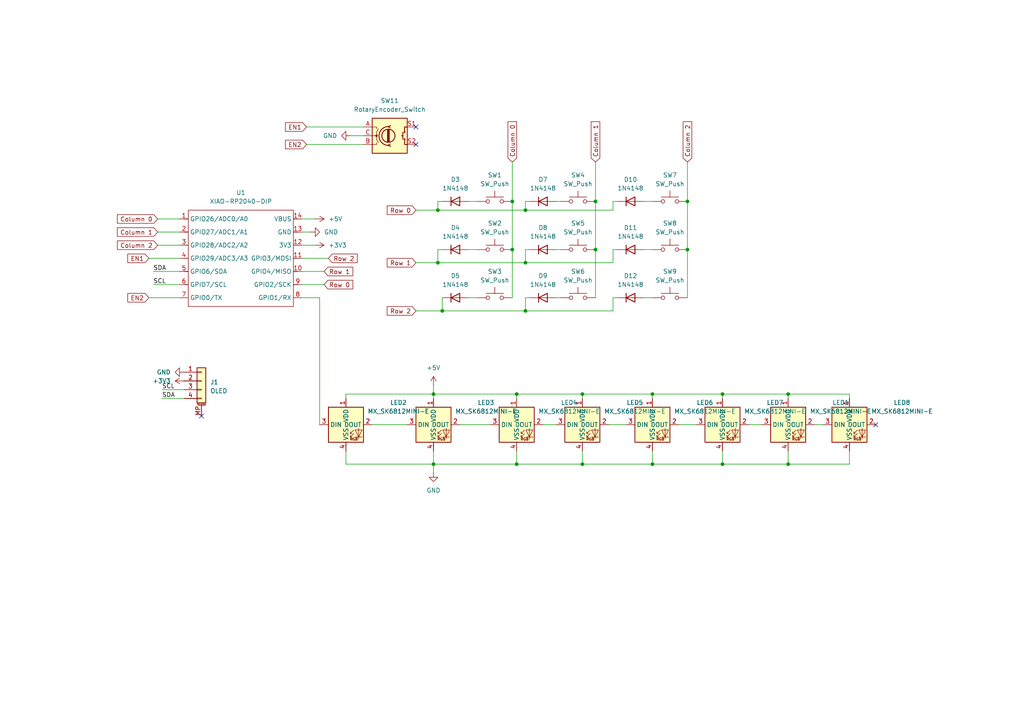
<source format=kicad_sch>
(kicad_sch (version 20250114) (generator "eeschema") (generator_version "9.0")
  (paper "A4")
  (title_block (title "Macropad Schematic") (rev "0") (comment 1 "This Macropad consists of 9 MX switches, 3 RGB LED, and 1 rotary encoder."))
  (lib_symbols
    (symbol "Connector_Generic_MountingPin:Conn_01x04_MountingPin" (pin_names (offset 1.016) (hide yes))
      (property "Reference" "J" (at 0 5.08 0))
      (property "Value" "Conn_01x04_MountingPin" (at 1.27 -7.62 0))
      (symbol "Conn_01x04_MountingPin_1_1"
        (rectangle (start -1.27 3.81) (end 1.27 -6.35) (stroke (width 0.254)) (fill (type background)))
        (rectangle (start -1.27 2.667) (end 0 2.413) (stroke (width 0.1524)))
        (rectangle (start -1.27 0.127) (end 0 -0.127) (stroke (width 0.1524)))
        (rectangle (start -1.27 -2.413) (end 0 -2.667) (stroke (width 0.1524)))
        (rectangle (start -1.27 -4.953) (end 0 -5.207) (stroke (width 0.1524)))
        (polyline (pts (xy -1.016 -7.112) (xy 1.016 -7.112)) (stroke (width 0.1524)))
        (text "Mounting" (at 0 -6.731 0) (effects (font (size 0.381 0.381))))
        (pin passive line (at -5.08 2.54 0) (length 3.81) (name "Pin_1") (number "1"))
        (pin passive line (at -5.08 0 0) (length 3.81) (name "Pin_2") (number "2"))
        (pin passive line (at -5.08 -2.54 0) (length 3.81) (name "Pin_3") (number "3"))
        (pin passive line (at -5.08 -5.08 0) (length 3.81) (name "Pin_4") (number "4"))
        (pin passive line (at 0 -10.16 90) (length 3.048) (name "MountPin") (number "MP"))
      )
    )
    (symbol "Device:RotaryEncoder_Switch" (pin_names (offset 0.254) (hide yes))
      (property "Reference" "SW" (at 0 6.604 0))
      (property "Value" "RotaryEncoder_Switch" (at 0 -6.604 0))
      (symbol "RotaryEncoder_Switch_0_1"
        (rectangle (start -5.08 5.08) (end 5.08 -5.08) (stroke (width 0.254)) (fill (type background)))
        (polyline (pts (xy -5.08 2.54) (xy -3.81 2.54) (xy -3.81 2.032)))
        (polyline (pts (xy -5.08 0) (xy -3.81 0) (xy -3.81 -1.016) (xy -3.302 -2.032)))
        (polyline (pts (xy -5.08 -2.54) (xy -3.81 -2.54) (xy -3.81 -2.032)))
        (polyline (pts (xy -4.318 0) (xy -3.81 0) (xy -3.81 1.016) (xy -3.302 2.032)))
        (circle (center -3.81 0) (radius 0.254) (fill (type outline)))
        (polyline (pts (xy -0.635 -1.778) (xy -0.635 1.778)) (stroke (width 0.254)))
        (circle (center -0.381 0) (radius 1.905) (stroke (width 0.254)))
        (polyline (pts (xy -0.381 -1.778) (xy -0.381 1.778)) (stroke (width 0.254)))
        (arc (start -0.381 -2.794) (mid -3.0988 -0.0635) (end -0.381 2.667) (stroke (width 0.254)))
        (polyline (pts (xy -0.127 1.778) (xy -0.127 -1.778)) (stroke (width 0.254)))
        (polyline (pts (xy 0.254 2.921) (xy -0.508 2.667) (xy 0.127 2.286)) (stroke (width 0.254)))
        (polyline (pts (xy 0.254 -3.048) (xy -0.508 -2.794) (xy 0.127 -2.413)) (stroke (width 0.254)))
        (polyline (pts (xy 3.81 1.016) (xy 3.81 -1.016)) (stroke (width 0.254)))
        (polyline (pts (xy 3.81 0) (xy 3.429 0)) (stroke (width 0.254)))
        (circle (center 4.318 1.016) (radius 0.127) (stroke (width 0.254)))
        (circle (center 4.318 -1.016) (radius 0.127) (stroke (width 0.254)))
        (polyline (pts (xy 5.08 2.54) (xy 4.318 2.54) (xy 4.318 1.016)) (stroke (width 0.254)))
        (polyline (pts (xy 5.08 -2.54) (xy 4.318 -2.54) (xy 4.318 -1.016)) (stroke (width 0.254)))
      )
      (symbol "RotaryEncoder_Switch_1_1"
        (pin passive line (at -7.62 2.54 0) (length 2.54) (name "A") (number "A"))
        (pin passive line (at -7.62 0 0) (length 2.54) (name "C") (number "C"))
        (pin passive line (at -7.62 -2.54 0) (length 2.54) (name "B") (number "B"))
        (pin passive line (at 7.62 2.54 180) (length 2.54) (name "S1") (number "S1"))
        (pin passive line (at 7.62 -2.54 180) (length 2.54) (name "S2") (number "S2"))
      )
    )
    (symbol "Diode:1N4148" (pin_numbers (hide yes)) (pin_names (hide yes))
      (property "Reference" "D" (at 0 2.54 0))
      (property "Value" "1N4148" (at 0 -2.54 0))
      (symbol "1N4148_0_1"
        (polyline (pts (xy -1.27 1.27) (xy -1.27 -1.27)) (stroke (width 0.254)))
        (polyline (pts (xy 1.27 1.27) (xy 1.27 -1.27) (xy -1.27 0) (xy 1.27 1.27)) (stroke (width 0.254)))
        (polyline (pts (xy 1.27 0) (xy -1.27 0)))
      )
      (symbol "1N4148_1_1"
        (pin passive line (at -3.81 0 0) (length 2.54) (name "K") (number "1"))
        (pin passive line (at 3.81 0 180) (length 2.54) (name "A") (number "2"))
      )
    )
    (symbol "PCM_marbastlib-mx:MX_SK6812MINI-E"
      (property "Reference" "LED" (at 3.175 6.35 0))
      (property "Value" "MX_SK6812MINI-E" (at 10.16 -6.985 0))
      (symbol "MX_SK6812MINI-E_0_0"
        (text "RGB" (at 2.286 -4.191 0) (effects (font (size 0.762 0.762))))
      )
      (symbol "MX_SK6812MINI-E_0_1"
        (rectangle (start -5.08 5.08) (end 5.08 -5.08) (stroke (width 0.254)) (fill (type background)))
        (polyline (pts (xy 1.27 -2.54) (xy 1.778 -2.54)))
        (polyline (pts (xy 1.27 -3.556) (xy 1.778 -3.556)))
        (polyline (pts (xy 2.286 -1.524) (xy 1.27 -2.54) (xy 1.27 -2.032)))
        (polyline (pts (xy 2.286 -2.54) (xy 1.27 -3.556) (xy 1.27 -3.048)))
        (polyline (pts (xy 3.683 -1.016) (xy 3.683 -3.556) (xy 3.683 -4.064)))
        (polyline (pts (xy 4.699 -1.524) (xy 2.667 -1.524) (xy 3.683 -3.556) (xy 4.699 -1.524)))
        (polyline (pts (xy 4.699 -3.556) (xy 2.667 -3.556)))
      )
      (symbol "MX_SK6812MINI-E_1_1"
        (pin input line (at -7.62 0 0) (length 2.54) (name "DIN") (number "3"))
        (pin power_in line (at 0 7.62 270) (length 2.54) (name "VDD") (number "1"))
        (pin power_in line (at 0 -7.62 90) (length 2.54) (name "VSS") (number "4"))
        (pin output line (at 7.62 0 180) (length 2.54) (name "DOUT") (number "2"))
      )
    )
    (symbol "Seeed_Studio_XIAO_Series:XIAO-RP2040-DIP"
      (property "Reference" "U" (at 0 0 0))
      (property "Value" "XIAO-RP2040-DIP" (at 5.334 -1.778 0))
      (symbol "XIAO-RP2040-DIP_1_0"
        (polyline (pts (xy -1.27 -2.54) (xy 29.21 -2.54)) (stroke (width 0.1524)))
        (polyline (pts (xy -1.27 -5.08) (xy -2.54 -5.08)) (stroke (width 0.1524)))
        (polyline (pts (xy -1.27 -5.08) (xy -1.27 -2.54)) (stroke (width 0.1524)))
        (polyline (pts (xy -1.27 -8.89) (xy -2.54 -8.89)) (stroke (width 0.1524)))
        (polyline (pts (xy -1.27 -8.89) (xy -1.27 -5.08)) (stroke (width 0.1524)))
        (polyline (pts (xy -1.27 -12.7) (xy -2.54 -12.7)) (stroke (width 0.1524)))
        (polyline (pts (xy -1.27 -12.7) (xy -1.27 -8.89)) (stroke (width 0.1524)))
        (polyline (pts (xy -1.27 -16.51) (xy -2.54 -16.51)) (stroke (width 0.1524)))
        (polyline (pts (xy -1.27 -16.51) (xy -1.27 -12.7)) (stroke (width 0.1524)))
        (polyline (pts (xy -1.27 -20.32) (xy -2.54 -20.32)) (stroke (width 0.1524)))
        (polyline (pts (xy -1.27 -24.13) (xy -2.54 -24.13)) (stroke (width 0.1524)))
        (polyline (pts (xy -1.27 -27.94) (xy -2.54 -27.94)) (stroke (width 0.1524)))
        (polyline (pts (xy -1.27 -30.48) (xy -1.27 -16.51)) (stroke (width 0.1524)))
        (polyline (pts (xy 29.21 -2.54) (xy 29.21 -5.08)) (stroke (width 0.1524)))
        (polyline (pts (xy 29.21 -5.08) (xy 29.21 -8.89)) (stroke (width 0.1524)))
        (polyline (pts (xy 29.21 -8.89) (xy 29.21 -12.7)) (stroke (width 0.1524)))
        (polyline (pts (xy 29.21 -12.7) (xy 29.21 -30.48)) (stroke (width 0.1524)))
        (polyline (pts (xy 29.21 -30.48) (xy -1.27 -30.48)) (stroke (width 0.1524)))
        (polyline (pts (xy 30.48 -5.08) (xy 29.21 -5.08)) (stroke (width 0.1524)))
        (polyline (pts (xy 30.48 -8.89) (xy 29.21 -8.89)) (stroke (width 0.1524)))
        (polyline (pts (xy 30.48 -12.7) (xy 29.21 -12.7)) (stroke (width 0.1524)))
        (polyline (pts (xy 30.48 -16.51) (xy 29.21 -16.51)) (stroke (width 0.1524)))
        (polyline (pts (xy 30.48 -20.32) (xy 29.21 -20.32)) (stroke (width 0.1524)))
        (polyline (pts (xy 30.48 -24.13) (xy 29.21 -24.13)) (stroke (width 0.1524)))
        (polyline (pts (xy 30.48 -27.94) (xy 29.21 -27.94)) (stroke (width 0.1524)))
        (pin passive line (at -3.81 -5.08 0) (length 2.54) (name "GPIO26/ADC0/A0") (number "1"))
        (pin passive line (at -3.81 -8.89 0) (length 2.54) (name "GPIO27/ADC1/A1") (number "2"))
        (pin passive line (at -3.81 -12.7 0) (length 2.54) (name "GPIO28/ADC2/A2") (number "3"))
        (pin passive line (at -3.81 -16.51 0) (length 2.54) (name "GPIO29/ADC3/A3") (number "4"))
        (pin passive line (at -3.81 -20.32 0) (length 2.54) (name "GPIO6/SDA") (number "5"))
        (pin passive line (at -3.81 -24.13 0) (length 2.54) (name "GPIO7/SCL") (number "6"))
        (pin passive line (at -3.81 -27.94 0) (length 2.54) (name "GPIO0/TX") (number "7"))
        (pin passive line (at 31.75 -5.08 180) (length 2.54) (name "VBUS") (number "14"))
        (pin passive line (at 31.75 -8.89 180) (length 2.54) (name "GND") (number "13"))
        (pin passive line (at 31.75 -12.7 180) (length 2.54) (name "3V3") (number "12"))
        (pin passive line (at 31.75 -16.51 180) (length 2.54) (name "GPIO3/MOSI") (number "11"))
        (pin passive line (at 31.75 -20.32 180) (length 2.54) (name "GPIO4/MISO") (number "10"))
        (pin passive line (at 31.75 -24.13 180) (length 2.54) (name "GPIO2/SCK") (number "9"))
        (pin passive line (at 31.75 -27.94 180) (length 2.54) (name "GPIO1/RX") (number "8"))
      )
    )
    (symbol "Switch:SW_Push" (pin_numbers (hide yes)) (pin_names (offset 1.016) (hide yes))
      (property "Reference" "SW" (at 1.27 2.54 0))
      (property "Value" "SW_Push" (at 0 -1.524 0))
      (symbol "SW_Push_0_1"
        (circle (center -2.032 0) (radius 0.508))
        (polyline (pts (xy 0 1.27) (xy 0 3.048)))
        (circle (center 2.032 0) (radius 0.508))
        (polyline (pts (xy 2.54 1.27) (xy -2.54 1.27)))
        (pin passive line (at -5.08 0 0) (length 2.54) (name "1") (number "1"))
        (pin passive line (at 5.08 0 180) (length 2.54) (name "2") (number "2"))
      )
    )
    (symbol "power:+3V3" (power) (pin_numbers (hide yes)) (pin_names (offset 0) (hide yes))
      (property "Value" "+3V3" (at 0 3.556 0))
      (symbol "+3V3_0_1"
        (polyline (pts (xy -0.762 1.27) (xy 0 2.54)))
        (polyline (pts (xy 0 2.54) (xy 0.762 1.27)))
        (polyline (pts (xy 0 0) (xy 0 2.54)))
      )
      (symbol "+3V3_1_1"
        (pin power_in line (at 0 0 90) (length 0) (name "~") (number "1"))
      )
    )
    (symbol "power:+5V" (power) (pin_numbers (hide yes)) (pin_names (offset 0) (hide yes))
      (property "Value" "+5V" (at 0 3.556 0))
      (symbol "+5V_0_1"
        (polyline (pts (xy -0.762 1.27) (xy 0 2.54)))
        (polyline (pts (xy 0 2.54) (xy 0.762 1.27)))
        (polyline (pts (xy 0 0) (xy 0 2.54)))
      )
      (symbol "+5V_1_1"
        (pin power_in line (at 0 0 90) (length 0) (name "~") (number "1"))
      )
    )
    (symbol "power:GND" (power) (pin_numbers (hide yes)) (pin_names (offset 0) (hide yes))
      (property "Value" "GND" (at 0 -3.81 0))
      (symbol "GND_0_1"
        (polyline (pts (xy 0 0) (xy 0 -1.27) (xy 1.27 -1.27) (xy 0 -2.54) (xy -1.27 -1.27) (xy 0 -1.27)))
      )
      (symbol "GND_1_1"
        (pin power_in line (at 0 0 270) (length 0) (name "~") (number "1"))
      )
    )
  )
  (junction (at 228.6 114.3))
  (junction (at 172.72 58.42))
  (junction (at 189.23 114.3))
  (junction (at 199.39 72.39))
  (junction (at 128.27 90.17))
  (junction (at 209.55 114.3))
  (junction (at 148.59 58.42))
  (junction (at 199.39 58.42))
  (junction (at 148.59 72.39))
  (junction (at 172.72 72.39))
  (junction (at 127 60.96))
  (junction (at 228.6 134.62))
  (junction (at 149.86 134.62))
  (junction (at 152.4 60.96))
  (junction (at 209.55 134.62))
  (junction (at 152.4 90.17))
  (junction (at 168.91 134.62))
  (junction (at 149.86 114.3))
  (junction (at 127 76.2))
  (junction (at 168.91 114.3))
  (junction (at 152.4 76.2))
  (junction (at 125.73 114.3))
  (junction (at 125.73 134.62))
  (junction (at 189.23 134.62))
  (no_connect (at 120.65 41.91))
  (no_connect (at 120.65 36.83))
  (no_connect (at 58.42 120.65))
  (no_connect (at 254 123.19))
  (wire (pts (xy 135.89 72.39) (xy 138.43 72.39)))
  (wire (pts (xy 177.8 72.39) (xy 177.8 76.2)))
  (wire (pts (xy 228.6 114.3) (xy 246.38 114.3)))
  (wire (pts (xy 189.23 114.3) (xy 209.55 114.3)))
  (wire (pts (xy 91.44 63.5) (xy 87.63 63.5)))
  (wire (pts (xy 168.91 134.62) (xy 189.23 134.62)))
  (wire (pts (xy 172.72 46.99) (xy 172.72 58.42)))
  (wire (pts (xy 228.6 114.3) (xy 228.6 115.57)))
  (wire (pts (xy 43.18 86.36) (xy 52.07 86.36)))
  (wire (pts (xy 44.45 82.55) (xy 52.07 82.55)))
  (wire (pts (xy 152.4 76.2) (xy 177.8 76.2)))
  (wire (pts (xy 149.86 114.3) (xy 168.91 114.3)))
  (wire (pts (xy 209.55 134.62) (xy 228.6 134.62)))
  (wire (pts (xy 177.8 86.36) (xy 177.8 90.17)))
  (wire (pts (xy 128.27 86.36) (xy 128.27 90.17)))
  (wire (pts (xy 88.9 41.91) (xy 105.41 41.91)))
  (wire (pts (xy 100.33 114.3) (xy 100.33 115.57)))
  (wire (pts (xy 93.98 78.74) (xy 87.63 78.74)))
  (wire (pts (xy 152.4 90.17) (xy 177.8 90.17)))
  (wire (pts (xy 189.23 130.81) (xy 189.23 134.62)))
  (wire (pts (xy 152.4 86.36) (xy 152.4 90.17)))
  (wire (pts (xy 172.72 72.39) (xy 172.72 86.36)))
  (wire (pts (xy 120.65 76.2) (xy 127 76.2)))
  (wire (pts (xy 149.86 134.62) (xy 168.91 134.62)))
  (wire (pts (xy 217.17 123.19) (xy 220.98 123.19)))
  (wire (pts (xy 152.4 86.36) (xy 153.67 86.36)))
  (wire (pts (xy 100.33 134.62) (xy 125.73 134.62)))
  (wire (pts (xy 128.27 90.17) (xy 152.4 90.17)))
  (wire (pts (xy 199.39 58.42) (xy 199.39 72.39)))
  (wire (pts (xy 45.72 67.31) (xy 52.07 67.31)))
  (wire (pts (xy 189.23 114.3) (xy 189.23 115.57)))
  (wire (pts (xy 88.9 36.83) (xy 105.41 36.83)))
  (wire (pts (xy 186.69 72.39) (xy 189.23 72.39)))
  (wire (pts (xy 128.27 58.42) (xy 127 58.42)))
  (wire (pts (xy 161.29 58.42) (xy 162.56 58.42)))
  (wire (pts (xy 100.33 130.81) (xy 100.33 134.62)))
  (wire (pts (xy 46.99 115.57) (xy 53.34 115.57)))
  (wire (pts (xy 196.85 123.19) (xy 201.93 123.19)))
  (wire (pts (xy 172.72 58.42) (xy 172.72 72.39)))
  (wire (pts (xy 125.73 114.3) (xy 125.73 115.57)))
  (wire (pts (xy 135.89 58.42) (xy 138.43 58.42)))
  (wire (pts (xy 125.73 134.62) (xy 125.73 137.16)))
  (wire (pts (xy 236.22 123.19) (xy 238.76 123.19)))
  (wire (pts (xy 153.67 72.39) (xy 152.4 72.39)))
  (wire (pts (xy 44.45 78.74) (xy 52.07 78.74)))
  (wire (pts (xy 199.39 72.39) (xy 199.39 86.36)))
  (wire (pts (xy 153.67 58.42) (xy 152.4 58.42)))
  (wire (pts (xy 152.4 72.39) (xy 152.4 76.2)))
  (wire (pts (xy 189.23 134.62) (xy 209.55 134.62)))
  (wire (pts (xy 125.73 134.62) (xy 125.73 130.81)))
  (wire (pts (xy 148.59 72.39) (xy 148.59 86.36)))
  (wire (pts (xy 120.65 90.17) (xy 128.27 90.17)))
  (wire (pts (xy 125.73 111.76) (xy 125.73 114.3)))
  (wire (pts (xy 120.65 60.96) (xy 127 60.96)))
  (wire (pts (xy 168.91 130.81) (xy 168.91 134.62)))
  (wire (pts (xy 87.63 86.36) (xy 92.71 86.36)))
  (wire (pts (xy 43.18 74.93) (xy 52.07 74.93)))
  (wire (pts (xy 87.63 74.93) (xy 95.25 74.93)))
  (wire (pts (xy 125.73 134.62) (xy 149.86 134.62)))
  (wire (pts (xy 246.38 134.62) (xy 246.38 130.81)))
  (wire (pts (xy 209.55 114.3) (xy 228.6 114.3)))
  (wire (pts (xy 127 60.96) (xy 152.4 60.96)))
  (wire (pts (xy 127 58.42) (xy 127 60.96)))
  (wire (pts (xy 127 72.39) (xy 127 76.2)))
  (wire (pts (xy 168.91 114.3) (xy 189.23 114.3)))
  (wire (pts (xy 45.72 71.12) (xy 52.07 71.12)))
  (wire (pts (xy 168.91 114.3) (xy 168.91 115.57)))
  (wire (pts (xy 127 76.2) (xy 152.4 76.2)))
  (wire (pts (xy 209.55 114.3) (xy 209.55 115.57)))
  (wire (pts (xy 100.33 114.3) (xy 125.73 114.3)))
  (wire (pts (xy 161.29 86.36) (xy 162.56 86.36)))
  (wire (pts (xy 87.63 67.31) (xy 90.17 67.31)))
  (wire (pts (xy 125.73 114.3) (xy 149.86 114.3)))
  (wire (pts (xy 228.6 134.62) (xy 246.38 134.62)))
  (wire (pts (xy 107.95 123.19) (xy 118.11 123.19)))
  (wire (pts (xy 133.35 123.19) (xy 142.24 123.19)))
  (wire (pts (xy 128.27 72.39) (xy 127 72.39)))
  (wire (pts (xy 152.4 58.42) (xy 152.4 60.96)))
  (wire (pts (xy 186.69 86.36) (xy 189.23 86.36)))
  (wire (pts (xy 177.8 86.36) (xy 179.07 86.36)))
  (wire (pts (xy 161.29 72.39) (xy 162.56 72.39)))
  (wire (pts (xy 149.86 130.81) (xy 149.86 134.62)))
  (wire (pts (xy 148.59 46.99) (xy 148.59 58.42)))
  (wire (pts (xy 177.8 58.42) (xy 177.8 60.96)))
  (wire (pts (xy 101.6 39.37) (xy 105.41 39.37)))
  (wire (pts (xy 199.39 46.99) (xy 199.39 58.42)))
  (wire (pts (xy 157.48 123.19) (xy 161.29 123.19)))
  (wire (pts (xy 152.4 60.96) (xy 177.8 60.96)))
  (wire (pts (xy 148.59 58.42) (xy 148.59 72.39)))
  (wire (pts (xy 93.98 82.55) (xy 87.63 82.55)))
  (wire (pts (xy 149.86 114.3) (xy 149.86 115.57)))
  (wire (pts (xy 46.99 113.03) (xy 53.34 113.03)))
  (wire (pts (xy 92.71 123.19) (xy 92.71 86.36)))
  (wire (pts (xy 228.6 134.62) (xy 228.6 130.81)))
  (wire (pts (xy 87.63 71.12) (xy 91.44 71.12)))
  (wire (pts (xy 186.69 58.42) (xy 189.23 58.42)))
  (wire (pts (xy 176.53 123.19) (xy 181.61 123.19)))
  (wire (pts (xy 246.38 115.57) (xy 246.38 114.3)))
  (wire (pts (xy 179.07 58.42) (xy 177.8 58.42)))
  (wire (pts (xy 209.55 130.81) (xy 209.55 134.62)))
  (wire (pts (xy 177.8 72.39) (xy 179.07 72.39)))
  (wire (pts (xy 45.72 63.5) (xy 52.07 63.5)))
  (wire (pts (xy 135.89 86.36) (xy 138.43 86.36)))
  (label "SCL" (at 44.45 82.55 0))
  (label "SDA" (at 44.45 78.74 0))
  (label "SCL" (at 46.99 113.03 0))
  (label "SDA" (at 46.99 115.57 0))
  (global_label "Row 2" (shape input) (at 120.65 90.17 180) (property "Intersheetrefs" "${INTERSHEET_REFS}" (effects (hide yes))))
  (global_label "Row 2" (shape input) (at 95.25 74.93 0) (property "Intersheetrefs" "${INTERSHEET_REFS}" (effects (hide yes))))
  (global_label "EN1" (shape input) (at 43.18 74.93 180) (property "Intersheetrefs" "${INTERSHEET_REFS}" (effects (hide yes))))
  (global_label "Column 0" (shape input) (at 148.59 46.99 90) (property "Intersheetrefs" "${INTERSHEET_REFS}" (effects (hide yes))))
  (global_label "Column 1" (shape input) (at 45.72 67.31 180) (property "Intersheetrefs" "${INTERSHEET_REFS}" (effects (hide yes))))
  (global_label "EN2" (shape input) (at 43.18 86.36 180) (property "Intersheetrefs" "${INTERSHEET_REFS}" (effects (hide yes))))
  (global_label "Row 0" (shape input) (at 93.98 82.55 0) (property "Intersheetrefs" "${INTERSHEET_REFS}" (effects (hide yes))))
  (global_label "Column 2" (shape input) (at 45.72 71.12 180) (property "Intersheetrefs" "${INTERSHEET_REFS}" (effects (hide yes))))
  (global_label "Row 0" (shape input) (at 120.65 60.96 180) (property "Intersheetrefs" "${INTERSHEET_REFS}" (effects (hide yes))))
  (global_label "EN1" (shape input) (at 88.9 36.83 180) (property "Intersheetrefs" "${INTERSHEET_REFS}" (effects (hide yes))))
  (global_label "Column 2" (shape input) (at 199.39 46.99 90) (property "Intersheetrefs" "${INTERSHEET_REFS}" (effects (hide yes))))
  (global_label "Row 1" (shape input) (at 120.65 76.2 180) (property "Intersheetrefs" "${INTERSHEET_REFS}" (effects (hide yes))))
  (global_label "Column 0" (shape input) (at 45.72 63.5 180) (property "Intersheetrefs" "${INTERSHEET_REFS}" (effects (hide yes))))
  (global_label "Row 1" (shape input) (at 93.98 78.74 0) (property "Intersheetrefs" "${INTERSHEET_REFS}" (effects (hide yes))))
  (global_label "EN2" (shape input) (at 88.9 41.91 180) (property "Intersheetrefs" "${INTERSHEET_REFS}" (effects (hide yes))))
  (global_label "Column 1" (shape input) (at 172.72 46.99 90) (property "Intersheetrefs" "${INTERSHEET_REFS}" (effects (hide yes))))
  (symbol (lib_id "PCM_marbastlib-mx:MX_SK6812MINI-E") (at 209.55 123.19 0) (unit 1)
    (property "Reference" "LED7" (at 224.79 116.7698 0))
    (property "Value" "MX_SK6812MINI-E" (at 224.79 119.3098 0))
    (property "Footprint" "PCM_marbastlib-choc:LED_choc_6028R" (effects (hide yes)))
    (property "Description" "Reverse mount adressable LED (WS2812 protocol)" (effects (hide yes)))
  )
  (symbol (lib_id "Diode:1N4148") (at 182.88 86.36 0) (unit 1)
    (property "Reference" "D12" (at 182.88 80.01 0))
    (property "Value" "1N4148" (at 182.88 82.55 0))
    (property "Footprint" "Diode_THT:D_DO-35_SOD27_P7.62mm_Horizontal" (effects (hide yes)))
    (property "Datasheet" "https://assets.nexperia.com/documents/data-sheet/1N4148_1N4448.pdf" (effects (hide yes)))
    (property "Description" "100V 0.15A standard switching diode, DO-35" (effects (hide yes)))
    (property "Sim.Device" "D" (effects (hide yes)))
    (property "Sim.Pins" "1=K 2=A" (effects (hide yes)))
  )
  (symbol (lib_id "power:+3V3") (at 53.34 110.49 90) (unit 1)
    (property "Reference" "#PWR01" (effects (hide yes)))
    (property "Value" "+3V3" (at 49.53 110.4899 90) (effects (justify left)))
    (property "Description" "Power symbol creates a global label with name \"+3V3\"" (effects (hide yes)))
  )
  (symbol (lib_id "Diode:1N4148") (at 157.48 86.36 0) (unit 1)
    (property "Reference" "D9" (at 157.48 80.01 0))
    (property "Value" "1N4148" (at 157.48 82.55 0))
    (property "Footprint" "Diode_THT:D_DO-35_SOD27_P7.62mm_Horizontal" (effects (hide yes)))
    (property "Datasheet" "https://assets.nexperia.com/documents/data-sheet/1N4148_1N4448.pdf" (effects (hide yes)))
    (property "Description" "100V 0.15A standard switching diode, DO-35" (effects (hide yes)))
    (property "Sim.Device" "D" (effects (hide yes)))
    (property "Sim.Pins" "1=K 2=A" (effects (hide yes)))
  )
  (symbol (lib_id "Switch:SW_Push") (at 194.31 86.36 0) (unit 1)
    (property "Reference" "SW9" (at 194.31 78.74 0))
    (property "Value" "SW_Push" (at 194.31 81.28 0))
    (property "Footprint" "MX_Solderable:MX-Solderable-1U" (effects (hide yes)))
    (property "Description" "Push button switch, generic, two pins" (effects (hide yes)))
  )
  (symbol (lib_id "Switch:SW_Push") (at 143.51 86.36 0) (unit 1)
    (property "Reference" "SW3" (at 143.51 78.74 0))
    (property "Value" "SW_Push" (at 143.51 81.28 0))
    (property "Footprint" "MX_Solderable:MX-Solderable-1U" (effects (hide yes)))
    (property "Description" "Push button switch, generic, two pins" (effects (hide yes)))
  )
  (symbol (lib_id "power:GND") (at 90.17 67.31 90) (unit 1)
    (property "Reference" "#PWR03" (effects (hide yes)))
    (property "Value" "GND" (at 93.98 67.3099 90) (effects (justify right)))
    (property "Description" "Power symbol creates a global label with name \"GND\" , ground" (effects (hide yes)))
  )
  (symbol (lib_id "Seeed_Studio_XIAO_Series:XIAO-RP2040-DIP") (at 55.88 58.42 0) (unit 1)
    (property "Reference" "U1" (at 69.85 55.88 0))
    (property "Value" "XIAO-RP2040-DIP" (at 69.85 58.42 0))
    (property "Footprint" "Seeed Studio XIAO Series Library:XIAO-RP2040-DIP" (effects (hide yes)))
  )
  (symbol (lib_id "power:+3V3") (at 91.44 71.12 270) (unit 1)
    (property "Reference" "#PWR04" (effects (hide yes)))
    (property "Value" "+3V3" (at 95.25 71.1199 90) (effects (justify left)))
    (property "Description" "Power symbol creates a global label with name \"+3V3\"" (effects (hide yes)))
  )
  (symbol (lib_id "power:GND") (at 101.6 39.37 270) (unit 1)
    (property "Reference" "#PWR08" (effects (hide yes)))
    (property "Value" "GND" (at 97.79 39.3699 90) (effects (justify right)))
    (property "Description" "Power symbol creates a global label with name \"GND\" , ground" (effects (hide yes)))
  )
  (symbol (lib_id "Diode:1N4148") (at 157.48 58.42 0) (unit 1)
    (property "Reference" "D7" (at 157.48 52.07 0))
    (property "Value" "1N4148" (at 157.48 54.61 0))
    (property "Footprint" "Diode_THT:D_DO-35_SOD27_P7.62mm_Horizontal" (effects (hide yes)))
    (property "Datasheet" "https://assets.nexperia.com/documents/data-sheet/1N4148_1N4448.pdf" (effects (hide yes)))
    (property "Description" "100V 0.15A standard switching diode, DO-35" (effects (hide yes)))
    (property "Sim.Device" "D" (effects (hide yes)))
    (property "Sim.Pins" "1=K 2=A" (effects (hide yes)))
  )
  (symbol (lib_id "Connector_Generic_MountingPin:Conn_01x04_MountingPin") (at 58.42 110.49 0) (unit 1)
    (property "Reference" "J1" (at 60.96 110.8455 0) (effects (justify left)))
    (property "Value" "OLED" (at 60.96 113.3855 0) (effects (justify left)))
    (property "Footprint" "KiCad-SSD1306-0.91-OLED-4pin-128x32.pretty-master:SSD1306-0.91-OLED-4pin-128x32" (effects (hide yes)))
    (property "Description" "Generic connectable mounting pin connector, single row, 01x04, script generated (kicad-library-utils/schlib/autogen/connector/)" (effects (hide yes)))
  )
  (symbol (lib_id "PCM_marbastlib-mx:MX_SK6812MINI-E") (at 246.38 123.19 0) (unit 1)
    (property "Reference" "LED8" (at 261.62 116.7698 0))
    (property "Value" "MX_SK6812MINI-E" (at 261.62 119.3098 0))
    (property "Footprint" "PCM_marbastlib-choc:LED_choc_6028R" (effects (hide yes)))
    (property "Description" "Reverse mount adressable LED (WS2812 protocol)" (effects (hide yes)))
  )
  (symbol (lib_id "PCM_marbastlib-mx:MX_SK6812MINI-E") (at 149.86 123.19 0) (unit 1)
    (property "Reference" "LED4" (at 165.1 116.7698 0))
    (property "Value" "MX_SK6812MINI-E" (at 165.1 119.3098 0))
    (property "Footprint" "PCM_marbastlib-choc:LED_choc_6028R" (effects (hide yes)))
    (property "Description" "Reverse mount adressable LED (WS2812 protocol)" (effects (hide yes)))
  )
  (symbol (lib_id "power:GND") (at 53.34 107.95 270) (unit 1)
    (property "Reference" "#PWR02" (effects (hide yes)))
    (property "Value" "GND" (at 49.53 107.9499 90) (effects (justify right)))
    (property "Description" "Power symbol creates a global label with name \"GND\" , ground" (effects (hide yes)))
  )
  (symbol (lib_id "power:GND") (at 125.73 137.16 0) (unit 1)
    (property "Reference" "#PWR07" (effects (hide yes)))
    (property "Value" "GND" (at 125.73 142.24 0))
    (property "Description" "Power symbol creates a global label with name \"GND\" , ground" (effects (hide yes)))
  )
  (symbol (lib_id "Diode:1N4148") (at 157.48 72.39 0) (unit 1)
    (property "Reference" "D8" (at 157.48 66.04 0))
    (property "Value" "1N4148" (at 157.48 68.58 0))
    (property "Footprint" "Diode_THT:D_DO-35_SOD27_P7.62mm_Horizontal" (effects (hide yes)))
    (property "Datasheet" "https://assets.nexperia.com/documents/data-sheet/1N4148_1N4448.pdf" (effects (hide yes)))
    (property "Description" "100V 0.15A standard switching diode, DO-35" (effects (hide yes)))
    (property "Sim.Device" "D" (effects (hide yes)))
    (property "Sim.Pins" "1=K 2=A" (effects (hide yes)))
  )
  (symbol (lib_id "Device:RotaryEncoder_Switch") (at 113.03 39.37 0) (unit 1)
    (property "Reference" "SW11" (at 113.03 29.21 0))
    (property "Value" "RotaryEncoder_Switch" (at 113.03 31.75 0))
    (property "Footprint" "Rotary_Encoder:RotaryEncoder_Alps_EC11E-Switch_Vertical_H20mm" (effects (hide yes)))
    (property "Description" "Rotary encoder, dual channel, incremental quadrate outputs, with switch" (effects (hide yes)))
  )
  (symbol (lib_id "Switch:SW_Push") (at 143.51 72.39 0) (unit 1)
    (property "Reference" "SW2" (at 143.51 64.77 0))
    (property "Value" "SW_Push" (at 143.51 67.31 0))
    (property "Footprint" "MX_Solderable:MX-Solderable-1U" (effects (hide yes)))
    (property "Description" "Push button switch, generic, two pins" (effects (hide yes)))
  )
  (symbol (lib_id "Diode:1N4148") (at 182.88 58.42 0) (unit 1)
    (property "Reference" "D10" (at 182.88 52.07 0))
    (property "Value" "1N4148" (at 182.88 54.61 0))
    (property "Footprint" "Diode_THT:D_DO-35_SOD27_P7.62mm_Horizontal" (effects (hide yes)))
    (property "Datasheet" "https://assets.nexperia.com/documents/data-sheet/1N4148_1N4448.pdf" (effects (hide yes)))
    (property "Description" "100V 0.15A standard switching diode, DO-35" (effects (hide yes)))
    (property "Sim.Device" "D" (effects (hide yes)))
    (property "Sim.Pins" "1=K 2=A" (effects (hide yes)))
  )
  (symbol (lib_id "Switch:SW_Push") (at 167.64 58.42 0) (unit 1)
    (property "Reference" "SW4" (at 167.64 50.8 0))
    (property "Value" "SW_Push" (at 167.64 53.34 0))
    (property "Footprint" "MX_Solderable:MX-Solderable-1U" (effects (hide yes)))
    (property "Description" "Push button switch, generic, two pins" (effects (hide yes)))
  )
  (symbol (lib_id "PCM_marbastlib-mx:MX_SK6812MINI-E") (at 189.23 123.19 0) (unit 1)
    (property "Reference" "LED6" (at 204.47 116.7698 0))
    (property "Value" "MX_SK6812MINI-E" (at 204.47 119.3098 0))
    (property "Footprint" "PCM_marbastlib-choc:LED_choc_6028R" (effects (hide yes)))
    (property "Description" "Reverse mount adressable LED (WS2812 protocol)" (effects (hide yes)))
  )
  (symbol (lib_id "Diode:1N4148") (at 182.88 72.39 0) (unit 1)
    (property "Reference" "D11" (at 182.88 66.04 0))
    (property "Value" "1N4148" (at 182.88 68.58 0))
    (property "Footprint" "Diode_THT:D_DO-35_SOD27_P7.62mm_Horizontal" (effects (hide yes)))
    (property "Datasheet" "https://assets.nexperia.com/documents/data-sheet/1N4148_1N4448.pdf" (effects (hide yes)))
    (property "Description" "100V 0.15A standard switching diode, DO-35" (effects (hide yes)))
    (property "Sim.Device" "D" (effects (hide yes)))
    (property "Sim.Pins" "1=K 2=A" (effects (hide yes)))
  )
  (symbol (lib_id "PCM_marbastlib-mx:MX_SK6812MINI-E") (at 228.6 123.19 0) (unit 1)
    (property "Reference" "LED1" (at 243.84 116.7698 0))
    (property "Value" "MX_SK6812MINI-E" (at 243.84 119.3098 0))
    (property "Footprint" "PCM_marbastlib-choc:LED_choc_6028R" (effects (hide yes)))
    (property "Description" "Reverse mount adressable LED (WS2812 protocol)" (effects (hide yes)))
  )
  (symbol (lib_id "Diode:1N4148") (at 132.08 72.39 0) (unit 1)
    (property "Reference" "D4" (at 132.08 66.04 0))
    (property "Value" "1N4148" (at 132.08 68.58 0))
    (property "Footprint" "Diode_THT:D_DO-35_SOD27_P7.62mm_Horizontal" (effects (hide yes)))
    (property "Datasheet" "https://assets.nexperia.com/documents/data-sheet/1N4148_1N4448.pdf" (effects (hide yes)))
    (property "Description" "100V 0.15A standard switching diode, DO-35" (effects (hide yes)))
    (property "Sim.Device" "D" (effects (hide yes)))
    (property "Sim.Pins" "1=K 2=A" (effects (hide yes)))
  )
  (symbol (lib_id "Switch:SW_Push") (at 167.64 86.36 0) (unit 1)
    (property "Reference" "SW6" (at 167.64 78.74 0))
    (property "Value" "SW_Push" (at 167.64 81.28 0))
    (property "Footprint" "MX_Solderable:MX-Solderable-1U" (effects (hide yes)))
    (property "Description" "Push button switch, generic, two pins" (effects (hide yes)))
  )
  (symbol (lib_id "Switch:SW_Push") (at 194.31 72.39 0) (unit 1)
    (property "Reference" "SW8" (at 194.31 64.77 0))
    (property "Value" "SW_Push" (at 194.31 67.31 0))
    (property "Footprint" "MX_Solderable:MX-Solderable-1U" (effects (hide yes)))
    (property "Description" "Push button switch, generic, two pins" (effects (hide yes)))
  )
  (symbol (lib_id "Switch:SW_Push") (at 194.31 58.42 0) (unit 1)
    (property "Reference" "SW7" (at 194.31 50.8 0))
    (property "Value" "SW_Push" (at 194.31 53.34 0))
    (property "Footprint" "MX_Solderable:MX-Solderable-1U" (effects (hide yes)))
    (property "Description" "Push button switch, generic, two pins" (effects (hide yes)))
  )
  (symbol (lib_id "Switch:SW_Push") (at 167.64 72.39 0) (unit 1)
    (property "Reference" "SW5" (at 167.64 64.77 0))
    (property "Value" "SW_Push" (at 167.64 67.31 0))
    (property "Footprint" "MX_Solderable:MX-Solderable-1U" (effects (hide yes)))
    (property "Description" "Push button switch, generic, two pins" (effects (hide yes)))
  )
  (symbol (lib_id "PCM_marbastlib-mx:MX_SK6812MINI-E") (at 125.73 123.19 0) (unit 1)
    (property "Reference" "LED3" (at 140.97 116.7698 0))
    (property "Value" "MX_SK6812MINI-E" (at 140.97 119.3098 0))
    (property "Footprint" "PCM_marbastlib-choc:LED_choc_6028R" (effects (hide yes)))
    (property "Description" "Reverse mount adressable LED (WS2812 protocol)" (effects (hide yes)))
  )
  (symbol (lib_id "PCM_marbastlib-mx:MX_SK6812MINI-E") (at 100.33 123.19 0) (unit 1)
    (property "Reference" "LED2" (at 115.57 116.7698 0))
    (property "Value" "MX_SK6812MINI-E" (at 115.57 119.3098 0))
    (property "Footprint" "PCM_marbastlib-choc:LED_choc_6028R" (effects (hide yes)))
    (property "Description" "Reverse mount adressable LED (WS2812 protocol)" (effects (hide yes)))
  )
  (symbol (lib_id "Diode:1N4148") (at 132.08 86.36 0) (unit 1)
    (property "Reference" "D5" (at 132.08 80.01 0))
    (property "Value" "1N4148" (at 132.08 82.55 0))
    (property "Footprint" "Diode_THT:D_DO-35_SOD27_P7.62mm_Horizontal" (effects (hide yes)))
    (property "Datasheet" "https://assets.nexperia.com/documents/data-sheet/1N4148_1N4448.pdf" (effects (hide yes)))
    (property "Description" "100V 0.15A standard switching diode, DO-35" (effects (hide yes)))
    (property "Sim.Device" "D" (effects (hide yes)))
    (property "Sim.Pins" "1=K 2=A" (effects (hide yes)))
  )
  (symbol (lib_id "PCM_marbastlib-mx:MX_SK6812MINI-E") (at 168.91 123.19 0) (unit 1)
    (property "Reference" "LED5" (at 184.15 116.7698 0))
    (property "Value" "MX_SK6812MINI-E" (at 184.15 119.3098 0))
    (property "Footprint" "PCM_marbastlib-choc:LED_choc_6028R" (effects (hide yes)))
    (property "Description" "Reverse mount adressable LED (WS2812 protocol)" (effects (hide yes)))
  )
  (symbol (lib_id "Switch:SW_Push") (at 143.51 58.42 0) (unit 1)
    (property "Reference" "SW1" (at 143.51 50.8 0))
    (property "Value" "SW_Push" (at 143.51 53.34 0))
    (property "Footprint" "MX_Solderable:MX-Solderable-1U" (effects (hide yes)))
    (property "Description" "Push button switch, generic, two pins" (effects (hide yes)))
  )
  (symbol (lib_id "Diode:1N4148") (at 132.08 58.42 0) (unit 1)
    (property "Reference" "D3" (at 132.08 52.07 0))
    (property "Value" "1N4148" (at 132.08 54.61 0))
    (property "Footprint" "Diode_THT:D_DO-35_SOD27_P7.62mm_Horizontal" (effects (hide yes)))
    (property "Datasheet" "https://assets.nexperia.com/documents/data-sheet/1N4148_1N4448.pdf" (effects (hide yes)))
    (property "Description" "100V 0.15A standard switching diode, DO-35" (effects (hide yes)))
    (property "Sim.Device" "D" (effects (hide yes)))
    (property "Sim.Pins" "1=K 2=A" (effects (hide yes)))
  )
  (symbol (lib_id "power:+5V") (at 125.73 111.76 0) (unit 1)
    (property "Reference" "#PWR05" (effects (hide yes)))
    (property "Value" "+5V" (at 125.73 106.68 0))
    (property "Description" "Power symbol creates a global label with name \"+5V\"" (effects (hide yes)))
  )
  (symbol (lib_id "power:+5V") (at 91.44 63.5 270) (unit 1)
    (property "Reference" "#PWR06" (effects (hide yes)))
    (property "Value" "+5V" (at 95.25 63.4999 90) (effects (justify left)))
    (property "Description" "Power symbol creates a global label with name \"+5V\"" (effects (hide yes)))
  )
)
</source>
